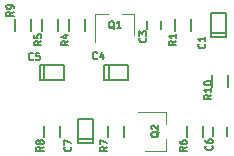
<source format=gto>
G04 #@! TF.FileFunction,Legend,Top*
%FSLAX46Y46*%
G04 Gerber Fmt 4.6, Leading zero omitted, Abs format (unit mm)*
G04 Created by KiCad (PCBNEW 4.0.4-1.fc24-product) date Mon Apr 30 10:47:46 2018*
%MOMM*%
%LPD*%
G01*
G04 APERTURE LIST*
%ADD10C,0.100000*%
%ADD11C,0.150000*%
%ADD12C,0.120000*%
G04 APERTURE END LIST*
D10*
D11*
X165789370Y-105350738D02*
X165789370Y-104650738D01*
X166989370Y-104650738D02*
X166989370Y-105350738D01*
D12*
X165039370Y-112350738D02*
X167439370Y-112350738D01*
X167439370Y-112350738D02*
X167439370Y-113400738D01*
X165639370Y-115650738D02*
X167439370Y-115650738D01*
X167439370Y-115650738D02*
X167439370Y-114600738D01*
D11*
X162554370Y-109635738D02*
X162554370Y-108365738D01*
X164205370Y-109635738D02*
X164205370Y-108365738D01*
X164205370Y-108365738D02*
X162173370Y-108365738D01*
X162173370Y-108365738D02*
X162173370Y-109635738D01*
X162173370Y-109635738D02*
X164205370Y-109635738D01*
D12*
X161439370Y-106450738D02*
X161439370Y-104050738D01*
X161439370Y-104050738D02*
X162489370Y-104050738D01*
X164739370Y-105850738D02*
X164739370Y-104050738D01*
X164739370Y-104050738D02*
X163689370Y-104050738D01*
D11*
X159214370Y-105500738D02*
X159214370Y-104500738D01*
X160564370Y-104500738D02*
X160564370Y-105500738D01*
X172524370Y-105635738D02*
X171254370Y-105635738D01*
X172524370Y-103984738D02*
X171254370Y-103984738D01*
X171254370Y-103984738D02*
X171254370Y-106016738D01*
X171254370Y-106016738D02*
X172524370Y-106016738D01*
X172524370Y-106016738D02*
X172524370Y-103984738D01*
X172589370Y-113650738D02*
X172589370Y-114350738D01*
X171389370Y-114350738D02*
X171389370Y-113650738D01*
X161224370Y-114635738D02*
X159954370Y-114635738D01*
X161224370Y-112984738D02*
X159954370Y-112984738D01*
X159954370Y-112984738D02*
X159954370Y-115016738D01*
X159954370Y-115016738D02*
X161224370Y-115016738D01*
X161224370Y-115016738D02*
X161224370Y-112984738D01*
X169564370Y-104500738D02*
X169564370Y-105500738D01*
X168214370Y-105500738D02*
X168214370Y-104500738D01*
X156914370Y-105500738D02*
X156914370Y-104500738D01*
X158264370Y-104500738D02*
X158264370Y-105500738D01*
X169214370Y-114500738D02*
X169214370Y-113500738D01*
X170564370Y-113500738D02*
X170564370Y-114500738D01*
X163864370Y-113500738D02*
X163864370Y-114500738D01*
X162514370Y-114500738D02*
X162514370Y-113500738D01*
X158464370Y-113500738D02*
X158464370Y-114500738D01*
X157114370Y-114500738D02*
X157114370Y-113500738D01*
X154614370Y-105500738D02*
X154614370Y-104500738D01*
X155964370Y-104500738D02*
X155964370Y-105500738D01*
X171314370Y-110200738D02*
X171314370Y-109200738D01*
X172664370Y-109200738D02*
X172664370Y-110200738D01*
X157115000Y-109635000D02*
X157115000Y-108365000D01*
X158766000Y-109635000D02*
X158766000Y-108365000D01*
X158766000Y-108365000D02*
X156734000Y-108365000D01*
X156734000Y-108365000D02*
X156734000Y-109635000D01*
X156734000Y-109635000D02*
X158766000Y-109635000D01*
X165703656Y-106100738D02*
X165732227Y-106129309D01*
X165760799Y-106215023D01*
X165760799Y-106272166D01*
X165732227Y-106357881D01*
X165675084Y-106415023D01*
X165617941Y-106443595D01*
X165503656Y-106472166D01*
X165417941Y-106472166D01*
X165303656Y-106443595D01*
X165246513Y-106415023D01*
X165189370Y-106357881D01*
X165160799Y-106272166D01*
X165160799Y-106215023D01*
X165189370Y-106129309D01*
X165217941Y-106100738D01*
X165160799Y-105900738D02*
X165160799Y-105529309D01*
X165389370Y-105729309D01*
X165389370Y-105643595D01*
X165417941Y-105586452D01*
X165446513Y-105557881D01*
X165503656Y-105529309D01*
X165646513Y-105529309D01*
X165703656Y-105557881D01*
X165732227Y-105586452D01*
X165760799Y-105643595D01*
X165760799Y-105815023D01*
X165732227Y-105872166D01*
X165703656Y-105900738D01*
X166826989Y-114032881D02*
X166798418Y-114090024D01*
X166741275Y-114147167D01*
X166655561Y-114232881D01*
X166626989Y-114290024D01*
X166626989Y-114347167D01*
X166769847Y-114318595D02*
X166741275Y-114375738D01*
X166684132Y-114432881D01*
X166569847Y-114461452D01*
X166369847Y-114461452D01*
X166255561Y-114432881D01*
X166198418Y-114375738D01*
X166169847Y-114318595D01*
X166169847Y-114204309D01*
X166198418Y-114147167D01*
X166255561Y-114090024D01*
X166369847Y-114061452D01*
X166569847Y-114061452D01*
X166684132Y-114090024D01*
X166741275Y-114147167D01*
X166769847Y-114204309D01*
X166769847Y-114318595D01*
X166226989Y-113832881D02*
X166198418Y-113804310D01*
X166169847Y-113747167D01*
X166169847Y-113604310D01*
X166198418Y-113547167D01*
X166226989Y-113518596D01*
X166284132Y-113490024D01*
X166341275Y-113490024D01*
X166426989Y-113518596D01*
X166769847Y-113861453D01*
X166769847Y-113490024D01*
X161589370Y-107815024D02*
X161560799Y-107843595D01*
X161475085Y-107872167D01*
X161417942Y-107872167D01*
X161332227Y-107843595D01*
X161275085Y-107786452D01*
X161246513Y-107729309D01*
X161217942Y-107615024D01*
X161217942Y-107529309D01*
X161246513Y-107415024D01*
X161275085Y-107357881D01*
X161332227Y-107300738D01*
X161417942Y-107272167D01*
X161475085Y-107272167D01*
X161560799Y-107300738D01*
X161589370Y-107329309D01*
X162103656Y-107472167D02*
X162103656Y-107872167D01*
X161960799Y-107243595D02*
X161817942Y-107672167D01*
X162189370Y-107672167D01*
X163032227Y-105329309D02*
X162975084Y-105300738D01*
X162917941Y-105243595D01*
X162832227Y-105157881D01*
X162775084Y-105129309D01*
X162717941Y-105129309D01*
X162746513Y-105272167D02*
X162689370Y-105243595D01*
X162632227Y-105186452D01*
X162603656Y-105072167D01*
X162603656Y-104872167D01*
X162632227Y-104757881D01*
X162689370Y-104700738D01*
X162746513Y-104672167D01*
X162860799Y-104672167D01*
X162917941Y-104700738D01*
X162975084Y-104757881D01*
X163003656Y-104872167D01*
X163003656Y-105072167D01*
X162975084Y-105186452D01*
X162917941Y-105243595D01*
X162860799Y-105272167D01*
X162746513Y-105272167D01*
X163575084Y-105272167D02*
X163232227Y-105272167D01*
X163403655Y-105272167D02*
X163403655Y-104672167D01*
X163346512Y-104757881D01*
X163289370Y-104815024D01*
X163232227Y-104843595D01*
X159160799Y-106350738D02*
X158875084Y-106550738D01*
X159160799Y-106693595D02*
X158560799Y-106693595D01*
X158560799Y-106465023D01*
X158589370Y-106407881D01*
X158617941Y-106379309D01*
X158675084Y-106350738D01*
X158760799Y-106350738D01*
X158817941Y-106379309D01*
X158846513Y-106407881D01*
X158875084Y-106465023D01*
X158875084Y-106693595D01*
X158760799Y-105836452D02*
X159160799Y-105836452D01*
X158532227Y-105979309D02*
X158960799Y-106122166D01*
X158960799Y-105750738D01*
X170703656Y-106600738D02*
X170732227Y-106629309D01*
X170760799Y-106715023D01*
X170760799Y-106772166D01*
X170732227Y-106857881D01*
X170675084Y-106915023D01*
X170617941Y-106943595D01*
X170503656Y-106972166D01*
X170417941Y-106972166D01*
X170303656Y-106943595D01*
X170246513Y-106915023D01*
X170189370Y-106857881D01*
X170160799Y-106772166D01*
X170160799Y-106715023D01*
X170189370Y-106629309D01*
X170217941Y-106600738D01*
X170760799Y-106029309D02*
X170760799Y-106372166D01*
X170760799Y-106200738D02*
X170160799Y-106200738D01*
X170246513Y-106257881D01*
X170303656Y-106315023D01*
X170332227Y-106372166D01*
X171303656Y-115200738D02*
X171332227Y-115229309D01*
X171360799Y-115315023D01*
X171360799Y-115372166D01*
X171332227Y-115457881D01*
X171275084Y-115515023D01*
X171217941Y-115543595D01*
X171103656Y-115572166D01*
X171017941Y-115572166D01*
X170903656Y-115543595D01*
X170846513Y-115515023D01*
X170789370Y-115457881D01*
X170760799Y-115372166D01*
X170760799Y-115315023D01*
X170789370Y-115229309D01*
X170817941Y-115200738D01*
X170760799Y-114686452D02*
X170760799Y-114800738D01*
X170789370Y-114857881D01*
X170817941Y-114886452D01*
X170903656Y-114943595D01*
X171017941Y-114972166D01*
X171246513Y-114972166D01*
X171303656Y-114943595D01*
X171332227Y-114915023D01*
X171360799Y-114857881D01*
X171360799Y-114743595D01*
X171332227Y-114686452D01*
X171303656Y-114657881D01*
X171246513Y-114629309D01*
X171103656Y-114629309D01*
X171046513Y-114657881D01*
X171017941Y-114686452D01*
X170989370Y-114743595D01*
X170989370Y-114857881D01*
X171017941Y-114915023D01*
X171046513Y-114943595D01*
X171103656Y-114972166D01*
X159353656Y-115320738D02*
X159382227Y-115349309D01*
X159410799Y-115435023D01*
X159410799Y-115492166D01*
X159382227Y-115577881D01*
X159325084Y-115635023D01*
X159267941Y-115663595D01*
X159153656Y-115692166D01*
X159067941Y-115692166D01*
X158953656Y-115663595D01*
X158896513Y-115635023D01*
X158839370Y-115577881D01*
X158810799Y-115492166D01*
X158810799Y-115435023D01*
X158839370Y-115349309D01*
X158867941Y-115320738D01*
X158810799Y-115120738D02*
X158810799Y-114720738D01*
X159410799Y-114977881D01*
X168260799Y-106350738D02*
X167975084Y-106550738D01*
X168260799Y-106693595D02*
X167660799Y-106693595D01*
X167660799Y-106465023D01*
X167689370Y-106407881D01*
X167717941Y-106379309D01*
X167775084Y-106350738D01*
X167860799Y-106350738D01*
X167917941Y-106379309D01*
X167946513Y-106407881D01*
X167975084Y-106465023D01*
X167975084Y-106693595D01*
X168260799Y-105779309D02*
X168260799Y-106122166D01*
X168260799Y-105950738D02*
X167660799Y-105950738D01*
X167746513Y-106007881D01*
X167803656Y-106065023D01*
X167832227Y-106122166D01*
X156860799Y-106350738D02*
X156575084Y-106550738D01*
X156860799Y-106693595D02*
X156260799Y-106693595D01*
X156260799Y-106465023D01*
X156289370Y-106407881D01*
X156317941Y-106379309D01*
X156375084Y-106350738D01*
X156460799Y-106350738D01*
X156517941Y-106379309D01*
X156546513Y-106407881D01*
X156575084Y-106465023D01*
X156575084Y-106693595D01*
X156260799Y-105807881D02*
X156260799Y-106093595D01*
X156546513Y-106122166D01*
X156517941Y-106093595D01*
X156489370Y-106036452D01*
X156489370Y-105893595D01*
X156517941Y-105836452D01*
X156546513Y-105807881D01*
X156603656Y-105779309D01*
X156746513Y-105779309D01*
X156803656Y-105807881D01*
X156832227Y-105836452D01*
X156860799Y-105893595D01*
X156860799Y-106036452D01*
X156832227Y-106093595D01*
X156803656Y-106122166D01*
X169160799Y-115300738D02*
X168875084Y-115500738D01*
X169160799Y-115643595D02*
X168560799Y-115643595D01*
X168560799Y-115415023D01*
X168589370Y-115357881D01*
X168617941Y-115329309D01*
X168675084Y-115300738D01*
X168760799Y-115300738D01*
X168817941Y-115329309D01*
X168846513Y-115357881D01*
X168875084Y-115415023D01*
X168875084Y-115643595D01*
X168560799Y-114786452D02*
X168560799Y-114900738D01*
X168589370Y-114957881D01*
X168617941Y-114986452D01*
X168703656Y-115043595D01*
X168817941Y-115072166D01*
X169046513Y-115072166D01*
X169103656Y-115043595D01*
X169132227Y-115015023D01*
X169160799Y-114957881D01*
X169160799Y-114843595D01*
X169132227Y-114786452D01*
X169103656Y-114757881D01*
X169046513Y-114729309D01*
X168903656Y-114729309D01*
X168846513Y-114757881D01*
X168817941Y-114786452D01*
X168789370Y-114843595D01*
X168789370Y-114957881D01*
X168817941Y-115015023D01*
X168846513Y-115043595D01*
X168903656Y-115072166D01*
X162460799Y-115300738D02*
X162175084Y-115500738D01*
X162460799Y-115643595D02*
X161860799Y-115643595D01*
X161860799Y-115415023D01*
X161889370Y-115357881D01*
X161917941Y-115329309D01*
X161975084Y-115300738D01*
X162060799Y-115300738D01*
X162117941Y-115329309D01*
X162146513Y-115357881D01*
X162175084Y-115415023D01*
X162175084Y-115643595D01*
X161860799Y-115100738D02*
X161860799Y-114700738D01*
X162460799Y-114957881D01*
X157050799Y-115300738D02*
X156765084Y-115500738D01*
X157050799Y-115643595D02*
X156450799Y-115643595D01*
X156450799Y-115415023D01*
X156479370Y-115357881D01*
X156507941Y-115329309D01*
X156565084Y-115300738D01*
X156650799Y-115300738D01*
X156707941Y-115329309D01*
X156736513Y-115357881D01*
X156765084Y-115415023D01*
X156765084Y-115643595D01*
X156707941Y-114957881D02*
X156679370Y-115015023D01*
X156650799Y-115043595D01*
X156593656Y-115072166D01*
X156565084Y-115072166D01*
X156507941Y-115043595D01*
X156479370Y-115015023D01*
X156450799Y-114957881D01*
X156450799Y-114843595D01*
X156479370Y-114786452D01*
X156507941Y-114757881D01*
X156565084Y-114729309D01*
X156593656Y-114729309D01*
X156650799Y-114757881D01*
X156679370Y-114786452D01*
X156707941Y-114843595D01*
X156707941Y-114957881D01*
X156736513Y-115015023D01*
X156765084Y-115043595D01*
X156822227Y-115072166D01*
X156936513Y-115072166D01*
X156993656Y-115043595D01*
X157022227Y-115015023D01*
X157050799Y-114957881D01*
X157050799Y-114843595D01*
X157022227Y-114786452D01*
X156993656Y-114757881D01*
X156936513Y-114729309D01*
X156822227Y-114729309D01*
X156765084Y-114757881D01*
X156736513Y-114786452D01*
X156707941Y-114843595D01*
X154510799Y-103850738D02*
X154225084Y-104050738D01*
X154510799Y-104193595D02*
X153910799Y-104193595D01*
X153910799Y-103965023D01*
X153939370Y-103907881D01*
X153967941Y-103879309D01*
X154025084Y-103850738D01*
X154110799Y-103850738D01*
X154167941Y-103879309D01*
X154196513Y-103907881D01*
X154225084Y-103965023D01*
X154225084Y-104193595D01*
X154510799Y-103565023D02*
X154510799Y-103450738D01*
X154482227Y-103393595D01*
X154453656Y-103365023D01*
X154367941Y-103307881D01*
X154253656Y-103279309D01*
X154025084Y-103279309D01*
X153967941Y-103307881D01*
X153939370Y-103336452D01*
X153910799Y-103393595D01*
X153910799Y-103507881D01*
X153939370Y-103565023D01*
X153967941Y-103593595D01*
X154025084Y-103622166D01*
X154167941Y-103622166D01*
X154225084Y-103593595D01*
X154253656Y-103565023D01*
X154282227Y-103507881D01*
X154282227Y-103393595D01*
X154253656Y-103336452D01*
X154225084Y-103307881D01*
X154167941Y-103279309D01*
X171260799Y-110886453D02*
X170975084Y-111086453D01*
X171260799Y-111229310D02*
X170660799Y-111229310D01*
X170660799Y-111000738D01*
X170689370Y-110943596D01*
X170717941Y-110915024D01*
X170775084Y-110886453D01*
X170860799Y-110886453D01*
X170917941Y-110915024D01*
X170946513Y-110943596D01*
X170975084Y-111000738D01*
X170975084Y-111229310D01*
X171260799Y-110315024D02*
X171260799Y-110657881D01*
X171260799Y-110486453D02*
X170660799Y-110486453D01*
X170746513Y-110543596D01*
X170803656Y-110600738D01*
X170832227Y-110657881D01*
X170660799Y-109943595D02*
X170660799Y-109886452D01*
X170689370Y-109829309D01*
X170717941Y-109800738D01*
X170775084Y-109772167D01*
X170889370Y-109743595D01*
X171032227Y-109743595D01*
X171146513Y-109772167D01*
X171203656Y-109800738D01*
X171232227Y-109829309D01*
X171260799Y-109886452D01*
X171260799Y-109943595D01*
X171232227Y-110000738D01*
X171203656Y-110029309D01*
X171146513Y-110057881D01*
X171032227Y-110086452D01*
X170889370Y-110086452D01*
X170775084Y-110057881D01*
X170717941Y-110029309D01*
X170689370Y-110000738D01*
X170660799Y-109943595D01*
X156160630Y-107888547D02*
X156132059Y-107917118D01*
X156046345Y-107945690D01*
X155989202Y-107945690D01*
X155903487Y-107917118D01*
X155846345Y-107859975D01*
X155817773Y-107802832D01*
X155789202Y-107688547D01*
X155789202Y-107602832D01*
X155817773Y-107488547D01*
X155846345Y-107431404D01*
X155903487Y-107374261D01*
X155989202Y-107345690D01*
X156046345Y-107345690D01*
X156132059Y-107374261D01*
X156160630Y-107402832D01*
X156703487Y-107345690D02*
X156417773Y-107345690D01*
X156389202Y-107631404D01*
X156417773Y-107602832D01*
X156474916Y-107574261D01*
X156617773Y-107574261D01*
X156674916Y-107602832D01*
X156703487Y-107631404D01*
X156732059Y-107688547D01*
X156732059Y-107831404D01*
X156703487Y-107888547D01*
X156674916Y-107917118D01*
X156617773Y-107945690D01*
X156474916Y-107945690D01*
X156417773Y-107917118D01*
X156389202Y-107888547D01*
M02*

</source>
